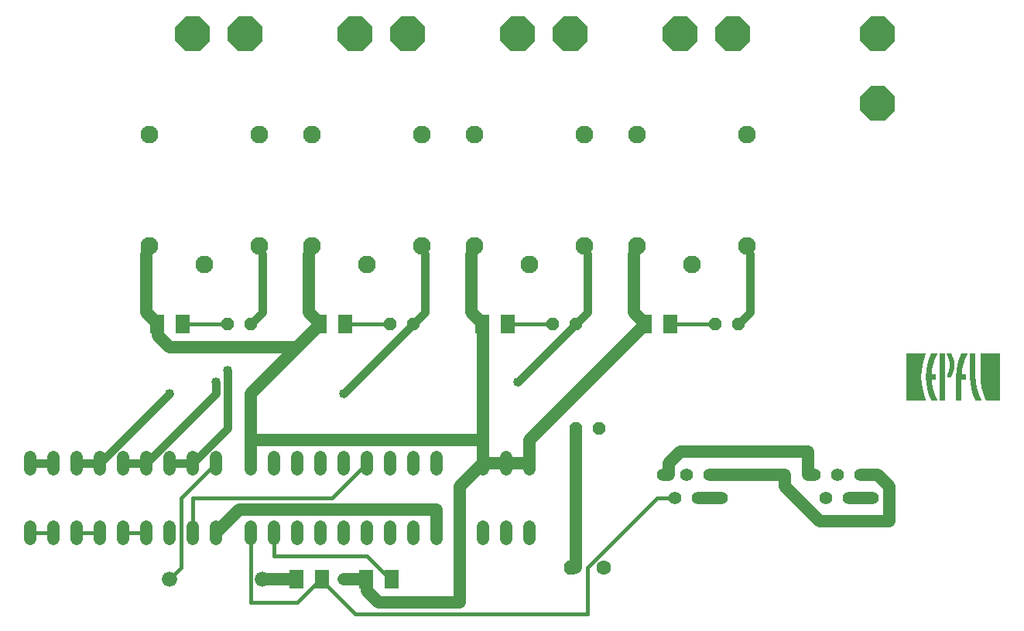
<source format=gtl>
G75*
G70*
%OFA0B0*%
%FSLAX24Y24*%
%IPPOS*%
%LPD*%
%AMOC8*
5,1,8,0,0,1.08239X$1,22.5*
%
%ADD10C,0.0010*%
%ADD11R,0.0630X0.0787*%
%ADD12OC8,0.0520*%
%ADD13C,0.0554*%
%ADD14C,0.0520*%
%ADD15C,0.0660*%
%ADD16OC8,0.0630*%
%ADD17C,0.0630*%
%ADD18C,0.0768*%
%ADD19OC8,0.1500*%
%ADD20C,0.0540*%
%ADD21C,0.0400*%
%ADD22C,0.0180*%
%ADD23C,0.0360*%
D10*
X039332Y009944D02*
X039332Y011944D01*
X040132Y011944D01*
X040046Y011707D01*
X039983Y011464D01*
X039945Y011215D01*
X039932Y010964D01*
X039932Y010924D01*
X039945Y010673D01*
X039983Y010424D01*
X040046Y010180D01*
X040132Y009944D01*
X039332Y009944D01*
X039332Y009945D02*
X040131Y009945D01*
X040128Y009954D02*
X039332Y009954D01*
X039332Y009962D02*
X040125Y009962D01*
X040122Y009971D02*
X039332Y009971D01*
X039332Y009979D02*
X040119Y009979D01*
X040116Y009988D02*
X039332Y009988D01*
X039332Y009996D02*
X040113Y009996D01*
X040110Y010005D02*
X039332Y010005D01*
X039332Y010013D02*
X040106Y010013D01*
X040103Y010022D02*
X039332Y010022D01*
X039332Y010030D02*
X040100Y010030D01*
X040097Y010039D02*
X039332Y010039D01*
X039332Y010047D02*
X040094Y010047D01*
X040091Y010056D02*
X039332Y010056D01*
X039332Y010064D02*
X040088Y010064D01*
X040085Y010073D02*
X039332Y010073D01*
X039332Y010081D02*
X040082Y010081D01*
X040079Y010090D02*
X039332Y010090D01*
X039332Y010098D02*
X040076Y010098D01*
X040072Y010107D02*
X039332Y010107D01*
X039332Y010115D02*
X040069Y010115D01*
X040066Y010124D02*
X039332Y010124D01*
X039332Y010132D02*
X040063Y010132D01*
X040060Y010141D02*
X039332Y010141D01*
X039332Y010149D02*
X040057Y010149D01*
X040054Y010158D02*
X039332Y010158D01*
X039332Y010166D02*
X040051Y010166D01*
X040048Y010175D02*
X039332Y010175D01*
X039332Y010183D02*
X040045Y010183D01*
X040043Y010192D02*
X039332Y010192D01*
X039332Y010200D02*
X040041Y010200D01*
X040038Y010209D02*
X039332Y010209D01*
X039332Y010217D02*
X040036Y010217D01*
X040034Y010226D02*
X039332Y010226D01*
X039332Y010234D02*
X040032Y010234D01*
X040030Y010243D02*
X039332Y010243D01*
X039332Y010251D02*
X040028Y010251D01*
X040025Y010260D02*
X039332Y010260D01*
X039332Y010268D02*
X040023Y010268D01*
X040021Y010277D02*
X039332Y010277D01*
X039332Y010285D02*
X040019Y010285D01*
X040017Y010294D02*
X039332Y010294D01*
X039332Y010302D02*
X040015Y010302D01*
X040012Y010311D02*
X039332Y010311D01*
X039332Y010319D02*
X040010Y010319D01*
X040008Y010328D02*
X039332Y010328D01*
X039332Y010336D02*
X040006Y010336D01*
X040004Y010345D02*
X039332Y010345D01*
X039332Y010353D02*
X040001Y010353D01*
X039999Y010362D02*
X039332Y010362D01*
X039332Y010370D02*
X039997Y010370D01*
X039995Y010379D02*
X039332Y010379D01*
X039332Y010387D02*
X039993Y010387D01*
X039991Y010396D02*
X039332Y010396D01*
X039332Y010404D02*
X039988Y010404D01*
X039986Y010413D02*
X039332Y010413D01*
X039332Y010421D02*
X039984Y010421D01*
X039982Y010430D02*
X039332Y010430D01*
X039332Y010438D02*
X039981Y010438D01*
X039980Y010447D02*
X039332Y010447D01*
X039332Y010455D02*
X039979Y010455D01*
X039977Y010464D02*
X039332Y010464D01*
X039332Y010472D02*
X039976Y010472D01*
X039975Y010481D02*
X039332Y010481D01*
X039332Y010489D02*
X039973Y010489D01*
X039972Y010498D02*
X039332Y010498D01*
X039332Y010506D02*
X039971Y010506D01*
X039969Y010515D02*
X039332Y010515D01*
X039332Y010523D02*
X039968Y010523D01*
X039967Y010532D02*
X039332Y010532D01*
X039332Y010540D02*
X039966Y010540D01*
X039964Y010549D02*
X039332Y010549D01*
X039332Y010557D02*
X039963Y010557D01*
X039962Y010566D02*
X039332Y010566D01*
X039332Y010574D02*
X039960Y010574D01*
X039959Y010583D02*
X039332Y010583D01*
X039332Y010591D02*
X039958Y010591D01*
X039956Y010600D02*
X039332Y010600D01*
X039332Y010608D02*
X039955Y010608D01*
X039954Y010617D02*
X039332Y010617D01*
X039332Y010625D02*
X039952Y010625D01*
X039951Y010634D02*
X039332Y010634D01*
X039332Y010642D02*
X039950Y010642D01*
X039949Y010651D02*
X039332Y010651D01*
X039332Y010659D02*
X039947Y010659D01*
X039946Y010668D02*
X039332Y010668D01*
X039332Y010676D02*
X039945Y010676D01*
X039945Y010685D02*
X039332Y010685D01*
X039332Y010693D02*
X039944Y010693D01*
X039944Y010702D02*
X039332Y010702D01*
X039332Y010710D02*
X039943Y010710D01*
X039943Y010719D02*
X039332Y010719D01*
X039332Y010727D02*
X039942Y010727D01*
X039942Y010736D02*
X039332Y010736D01*
X039332Y010744D02*
X039941Y010744D01*
X039941Y010753D02*
X039332Y010753D01*
X039332Y010761D02*
X039940Y010761D01*
X039940Y010770D02*
X039332Y010770D01*
X039332Y010778D02*
X039940Y010778D01*
X039939Y010787D02*
X039332Y010787D01*
X039332Y010795D02*
X039939Y010795D01*
X039938Y010804D02*
X039332Y010804D01*
X039332Y010812D02*
X039938Y010812D01*
X039937Y010821D02*
X039332Y010821D01*
X039332Y010829D02*
X039937Y010829D01*
X039936Y010838D02*
X039332Y010838D01*
X039332Y010846D02*
X039936Y010846D01*
X039935Y010855D02*
X039332Y010855D01*
X039332Y010863D02*
X039935Y010863D01*
X039934Y010872D02*
X039332Y010872D01*
X039332Y010880D02*
X039934Y010880D01*
X039934Y010889D02*
X039332Y010889D01*
X039332Y010897D02*
X039933Y010897D01*
X039933Y010906D02*
X039332Y010906D01*
X039332Y010914D02*
X039932Y010914D01*
X039932Y010923D02*
X039332Y010923D01*
X039332Y010931D02*
X039932Y010931D01*
X039932Y010940D02*
X039332Y010940D01*
X039332Y010948D02*
X039932Y010948D01*
X039932Y010957D02*
X039332Y010957D01*
X039332Y010965D02*
X039932Y010965D01*
X039932Y010974D02*
X039332Y010974D01*
X039332Y010982D02*
X039933Y010982D01*
X039933Y010991D02*
X039332Y010991D01*
X039332Y010999D02*
X039934Y010999D01*
X039934Y011008D02*
X039332Y011008D01*
X039332Y011016D02*
X039934Y011016D01*
X039935Y011025D02*
X039332Y011025D01*
X039332Y011033D02*
X039935Y011033D01*
X039936Y011042D02*
X039332Y011042D01*
X039332Y011050D02*
X039936Y011050D01*
X039937Y011059D02*
X039332Y011059D01*
X039332Y011067D02*
X039937Y011067D01*
X039938Y011076D02*
X039332Y011076D01*
X039332Y011084D02*
X039938Y011084D01*
X039939Y011093D02*
X039332Y011093D01*
X039332Y011101D02*
X039939Y011101D01*
X039940Y011110D02*
X039332Y011110D01*
X039332Y011118D02*
X039940Y011118D01*
X039940Y011127D02*
X039332Y011127D01*
X039332Y011135D02*
X039941Y011135D01*
X039941Y011144D02*
X039332Y011144D01*
X039332Y011152D02*
X039942Y011152D01*
X039942Y011161D02*
X039332Y011161D01*
X039332Y011169D02*
X039943Y011169D01*
X039943Y011178D02*
X039332Y011178D01*
X039332Y011186D02*
X039944Y011186D01*
X039944Y011195D02*
X039332Y011195D01*
X039332Y011203D02*
X039945Y011203D01*
X039945Y011212D02*
X039332Y011212D01*
X039332Y011220D02*
X039946Y011220D01*
X039947Y011229D02*
X039332Y011229D01*
X039332Y011237D02*
X039949Y011237D01*
X039950Y011246D02*
X039332Y011246D01*
X039332Y011254D02*
X039951Y011254D01*
X039952Y011263D02*
X039332Y011263D01*
X039332Y011271D02*
X039954Y011271D01*
X039955Y011280D02*
X039332Y011280D01*
X039332Y011288D02*
X039956Y011288D01*
X039958Y011297D02*
X039332Y011297D01*
X039332Y011305D02*
X039959Y011305D01*
X039960Y011314D02*
X039332Y011314D01*
X039332Y011322D02*
X039962Y011322D01*
X039963Y011331D02*
X039332Y011331D01*
X039332Y011339D02*
X039964Y011339D01*
X039966Y011348D02*
X039332Y011348D01*
X039332Y011356D02*
X039967Y011356D01*
X039968Y011365D02*
X039332Y011365D01*
X039332Y011373D02*
X039969Y011373D01*
X039971Y011382D02*
X039332Y011382D01*
X039332Y011390D02*
X039972Y011390D01*
X039973Y011399D02*
X039332Y011399D01*
X039332Y011407D02*
X039975Y011407D01*
X039976Y011416D02*
X039332Y011416D01*
X039332Y011424D02*
X039977Y011424D01*
X039979Y011433D02*
X039332Y011433D01*
X039332Y011441D02*
X039980Y011441D01*
X039981Y011450D02*
X039332Y011450D01*
X039332Y011458D02*
X039982Y011458D01*
X039984Y011467D02*
X039332Y011467D01*
X039332Y011475D02*
X039986Y011475D01*
X039988Y011484D02*
X039332Y011484D01*
X039332Y011492D02*
X039991Y011492D01*
X039993Y011501D02*
X039332Y011501D01*
X039332Y011509D02*
X039995Y011509D01*
X039997Y011518D02*
X039332Y011518D01*
X039332Y011526D02*
X039999Y011526D01*
X040001Y011535D02*
X039332Y011535D01*
X039332Y011543D02*
X040004Y011543D01*
X040006Y011552D02*
X039332Y011552D01*
X039332Y011560D02*
X040008Y011560D01*
X040010Y011569D02*
X039332Y011569D01*
X039332Y011577D02*
X040012Y011577D01*
X040014Y011586D02*
X039332Y011586D01*
X039332Y011594D02*
X040017Y011594D01*
X040019Y011603D02*
X039332Y011603D01*
X039332Y011611D02*
X040021Y011611D01*
X040023Y011620D02*
X039332Y011620D01*
X039332Y011628D02*
X040025Y011628D01*
X040028Y011637D02*
X039332Y011637D01*
X039332Y011645D02*
X040030Y011645D01*
X040032Y011654D02*
X039332Y011654D01*
X039332Y011662D02*
X040034Y011662D01*
X040036Y011671D02*
X039332Y011671D01*
X039332Y011679D02*
X040038Y011679D01*
X040041Y011688D02*
X039332Y011688D01*
X039332Y011696D02*
X040043Y011696D01*
X040045Y011705D02*
X039332Y011705D01*
X039332Y011713D02*
X040048Y011713D01*
X040051Y011722D02*
X039332Y011722D01*
X039332Y011730D02*
X040054Y011730D01*
X040057Y011739D02*
X039332Y011739D01*
X039332Y011747D02*
X040060Y011747D01*
X040063Y011756D02*
X039332Y011756D01*
X039332Y011764D02*
X040066Y011764D01*
X040069Y011773D02*
X039332Y011773D01*
X039332Y011781D02*
X040072Y011781D01*
X040076Y011790D02*
X039332Y011790D01*
X039332Y011798D02*
X040079Y011798D01*
X040082Y011807D02*
X039332Y011807D01*
X039332Y011815D02*
X040085Y011815D01*
X040088Y011824D02*
X039332Y011824D01*
X039332Y011832D02*
X040091Y011832D01*
X040094Y011841D02*
X039332Y011841D01*
X039332Y011849D02*
X040097Y011849D01*
X040100Y011858D02*
X039332Y011858D01*
X039332Y011866D02*
X040103Y011866D01*
X040106Y011875D02*
X039332Y011875D01*
X039332Y011883D02*
X040110Y011883D01*
X040113Y011892D02*
X039332Y011892D01*
X039332Y011900D02*
X040116Y011900D01*
X040119Y011909D02*
X039332Y011909D01*
X039332Y011917D02*
X040122Y011917D01*
X040125Y011926D02*
X039332Y011926D01*
X039332Y011934D02*
X040128Y011934D01*
X040131Y011943D02*
X039332Y011943D01*
X040296Y011704D02*
X040227Y011456D01*
X040186Y011201D01*
X040172Y010944D01*
X040172Y010924D01*
X040188Y010671D01*
X040230Y010422D01*
X040298Y010179D01*
X040391Y009944D01*
X040612Y009944D01*
X040516Y010158D01*
X040444Y010381D01*
X040395Y010611D01*
X040372Y010844D01*
X040572Y010844D01*
X040572Y011044D01*
X040372Y011044D01*
X040395Y011277D01*
X040444Y011507D01*
X040516Y011730D01*
X040306Y011730D01*
X040303Y011722D02*
X040513Y011722D01*
X040516Y011730D02*
X040612Y011944D01*
X040391Y011944D01*
X040296Y011704D01*
X040296Y011705D02*
X040508Y011705D01*
X040510Y011713D02*
X040300Y011713D01*
X040294Y011696D02*
X040505Y011696D01*
X040502Y011688D02*
X040291Y011688D01*
X040289Y011679D02*
X040499Y011679D01*
X040497Y011671D02*
X040287Y011671D01*
X040284Y011662D02*
X040494Y011662D01*
X040491Y011654D02*
X040282Y011654D01*
X040280Y011645D02*
X040488Y011645D01*
X040486Y011637D02*
X040277Y011637D01*
X040275Y011628D02*
X040483Y011628D01*
X040480Y011620D02*
X040273Y011620D01*
X040270Y011611D02*
X040477Y011611D01*
X040475Y011603D02*
X040268Y011603D01*
X040266Y011594D02*
X040472Y011594D01*
X040469Y011586D02*
X040263Y011586D01*
X040261Y011577D02*
X040466Y011577D01*
X040464Y011569D02*
X040259Y011569D01*
X040256Y011560D02*
X040461Y011560D01*
X040458Y011552D02*
X040254Y011552D01*
X040251Y011543D02*
X040455Y011543D01*
X040453Y011535D02*
X040249Y011535D01*
X040247Y011526D02*
X040450Y011526D01*
X040447Y011518D02*
X040244Y011518D01*
X040242Y011509D02*
X040444Y011509D01*
X040442Y011501D02*
X040240Y011501D01*
X040237Y011492D02*
X040440Y011492D01*
X040439Y011484D02*
X040235Y011484D01*
X040233Y011475D02*
X040437Y011475D01*
X040435Y011467D02*
X040230Y011467D01*
X040228Y011458D02*
X040433Y011458D01*
X040432Y011450D02*
X040226Y011450D01*
X040225Y011441D02*
X040430Y011441D01*
X040428Y011433D02*
X040223Y011433D01*
X040222Y011424D02*
X040426Y011424D01*
X040424Y011416D02*
X040221Y011416D01*
X040219Y011407D02*
X040423Y011407D01*
X040421Y011399D02*
X040218Y011399D01*
X040216Y011390D02*
X040419Y011390D01*
X040417Y011382D02*
X040215Y011382D01*
X040214Y011373D02*
X040415Y011373D01*
X040414Y011365D02*
X040212Y011365D01*
X040211Y011356D02*
X040412Y011356D01*
X040410Y011348D02*
X040210Y011348D01*
X040208Y011339D02*
X040408Y011339D01*
X040407Y011331D02*
X040207Y011331D01*
X040205Y011322D02*
X040405Y011322D01*
X040403Y011314D02*
X040204Y011314D01*
X040203Y011305D02*
X040401Y011305D01*
X040399Y011297D02*
X040201Y011297D01*
X040200Y011288D02*
X040398Y011288D01*
X040396Y011280D02*
X040198Y011280D01*
X040197Y011271D02*
X040395Y011271D01*
X040394Y011263D02*
X040196Y011263D01*
X040194Y011254D02*
X040393Y011254D01*
X040392Y011246D02*
X040193Y011246D01*
X040191Y011237D02*
X040391Y011237D01*
X040390Y011229D02*
X040190Y011229D01*
X040189Y011220D02*
X040390Y011220D01*
X040389Y011212D02*
X040187Y011212D01*
X040186Y011203D02*
X040388Y011203D01*
X040387Y011195D02*
X040185Y011195D01*
X040185Y011186D02*
X040386Y011186D01*
X040385Y011178D02*
X040184Y011178D01*
X040184Y011169D02*
X040384Y011169D01*
X040384Y011161D02*
X040183Y011161D01*
X040183Y011152D02*
X040383Y011152D01*
X040382Y011144D02*
X040183Y011144D01*
X040182Y011135D02*
X040381Y011135D01*
X040380Y011127D02*
X040182Y011127D01*
X040181Y011118D02*
X040379Y011118D01*
X040378Y011110D02*
X040181Y011110D01*
X040180Y011101D02*
X040378Y011101D01*
X040377Y011093D02*
X040180Y011093D01*
X040179Y011084D02*
X040376Y011084D01*
X040375Y011076D02*
X040179Y011076D01*
X040178Y011067D02*
X040374Y011067D01*
X040373Y011059D02*
X040178Y011059D01*
X040178Y011050D02*
X040372Y011050D01*
X040177Y011042D02*
X040572Y011042D01*
X040572Y011033D02*
X040177Y011033D01*
X040176Y011025D02*
X040572Y011025D01*
X040572Y011016D02*
X040176Y011016D01*
X040175Y011008D02*
X040572Y011008D01*
X040572Y010999D02*
X040175Y010999D01*
X040174Y010991D02*
X040572Y010991D01*
X040572Y010982D02*
X040174Y010982D01*
X040173Y010974D02*
X040572Y010974D01*
X040572Y010965D02*
X040173Y010965D01*
X040172Y010957D02*
X040572Y010957D01*
X040572Y010948D02*
X040172Y010948D01*
X040172Y010940D02*
X040572Y010940D01*
X040572Y010931D02*
X040172Y010931D01*
X040172Y010923D02*
X040572Y010923D01*
X040572Y010914D02*
X040172Y010914D01*
X040173Y010906D02*
X040572Y010906D01*
X040572Y010897D02*
X040173Y010897D01*
X040174Y010889D02*
X040572Y010889D01*
X040572Y010880D02*
X040175Y010880D01*
X040175Y010872D02*
X040572Y010872D01*
X040572Y010863D02*
X040176Y010863D01*
X040176Y010855D02*
X040572Y010855D01*
X040572Y010846D02*
X040177Y010846D01*
X040177Y010838D02*
X040372Y010838D01*
X040373Y010829D02*
X040178Y010829D01*
X040178Y010821D02*
X040374Y010821D01*
X040375Y010812D02*
X040179Y010812D01*
X040179Y010804D02*
X040376Y010804D01*
X040377Y010795D02*
X040180Y010795D01*
X040180Y010787D02*
X040378Y010787D01*
X040378Y010778D02*
X040181Y010778D01*
X040181Y010770D02*
X040379Y010770D01*
X040380Y010761D02*
X040182Y010761D01*
X040183Y010753D02*
X040381Y010753D01*
X040382Y010744D02*
X040183Y010744D01*
X040184Y010736D02*
X040383Y010736D01*
X040384Y010727D02*
X040184Y010727D01*
X040185Y010719D02*
X040384Y010719D01*
X040385Y010710D02*
X040185Y010710D01*
X040186Y010702D02*
X040386Y010702D01*
X040387Y010693D02*
X040186Y010693D01*
X040187Y010685D02*
X040388Y010685D01*
X040389Y010676D02*
X040187Y010676D01*
X040188Y010668D02*
X040390Y010668D01*
X040390Y010659D02*
X040190Y010659D01*
X040191Y010651D02*
X040391Y010651D01*
X040392Y010642D02*
X040193Y010642D01*
X040194Y010634D02*
X040393Y010634D01*
X040394Y010625D02*
X040195Y010625D01*
X040197Y010617D02*
X040395Y010617D01*
X040396Y010608D02*
X040198Y010608D01*
X040200Y010600D02*
X040398Y010600D01*
X040399Y010591D02*
X040201Y010591D01*
X040203Y010583D02*
X040401Y010583D01*
X040403Y010574D02*
X040204Y010574D01*
X040206Y010566D02*
X040405Y010566D01*
X040407Y010557D02*
X040207Y010557D01*
X040208Y010549D02*
X040408Y010549D01*
X040410Y010540D02*
X040210Y010540D01*
X040211Y010532D02*
X040412Y010532D01*
X040414Y010523D02*
X040213Y010523D01*
X040214Y010515D02*
X040415Y010515D01*
X040417Y010506D02*
X040216Y010506D01*
X040217Y010498D02*
X040419Y010498D01*
X040421Y010489D02*
X040218Y010489D01*
X040220Y010481D02*
X040423Y010481D01*
X040424Y010472D02*
X040221Y010472D01*
X040223Y010464D02*
X040426Y010464D01*
X040428Y010455D02*
X040224Y010455D01*
X040226Y010447D02*
X040430Y010447D01*
X040432Y010438D02*
X040227Y010438D01*
X040229Y010430D02*
X040433Y010430D01*
X040435Y010421D02*
X040230Y010421D01*
X040233Y010413D02*
X040437Y010413D01*
X040439Y010404D02*
X040235Y010404D01*
X040237Y010396D02*
X040440Y010396D01*
X040442Y010387D02*
X040240Y010387D01*
X040242Y010379D02*
X040444Y010379D01*
X040447Y010370D02*
X040244Y010370D01*
X040247Y010362D02*
X040450Y010362D01*
X040453Y010353D02*
X040249Y010353D01*
X040252Y010345D02*
X040455Y010345D01*
X040458Y010336D02*
X040254Y010336D01*
X040256Y010328D02*
X040461Y010328D01*
X040464Y010319D02*
X040259Y010319D01*
X040261Y010311D02*
X040466Y010311D01*
X040469Y010302D02*
X040263Y010302D01*
X040266Y010294D02*
X040472Y010294D01*
X040475Y010285D02*
X040268Y010285D01*
X040271Y010277D02*
X040477Y010277D01*
X040480Y010268D02*
X040273Y010268D01*
X040275Y010260D02*
X040483Y010260D01*
X040486Y010251D02*
X040278Y010251D01*
X040280Y010243D02*
X040488Y010243D01*
X040491Y010234D02*
X040283Y010234D01*
X040285Y010226D02*
X040494Y010226D01*
X040497Y010217D02*
X040287Y010217D01*
X040290Y010209D02*
X040499Y010209D01*
X040502Y010200D02*
X040292Y010200D01*
X040294Y010192D02*
X040505Y010192D01*
X040508Y010183D02*
X040297Y010183D01*
X040300Y010175D02*
X040511Y010175D01*
X040513Y010166D02*
X040303Y010166D01*
X040306Y010158D02*
X040516Y010158D01*
X040520Y010149D02*
X040310Y010149D01*
X040313Y010141D02*
X040524Y010141D01*
X040527Y010132D02*
X040317Y010132D01*
X040320Y010124D02*
X040531Y010124D01*
X040535Y010115D02*
X040323Y010115D01*
X040327Y010107D02*
X040539Y010107D01*
X040543Y010098D02*
X040330Y010098D01*
X040334Y010090D02*
X040546Y010090D01*
X040550Y010081D02*
X040337Y010081D01*
X040340Y010073D02*
X040554Y010073D01*
X040558Y010064D02*
X040344Y010064D01*
X040347Y010056D02*
X040562Y010056D01*
X040565Y010047D02*
X040350Y010047D01*
X040354Y010039D02*
X040569Y010039D01*
X040573Y010030D02*
X040357Y010030D01*
X040361Y010022D02*
X040577Y010022D01*
X040581Y010013D02*
X040364Y010013D01*
X040367Y010005D02*
X040584Y010005D01*
X040588Y009996D02*
X040371Y009996D01*
X040374Y009988D02*
X040592Y009988D01*
X040596Y009979D02*
X040378Y009979D01*
X040381Y009971D02*
X040600Y009971D01*
X040603Y009962D02*
X040384Y009962D01*
X040388Y009954D02*
X040607Y009954D01*
X040611Y009945D02*
X040391Y009945D01*
X040772Y009945D02*
X040972Y009945D01*
X040972Y009944D02*
X040972Y011944D01*
X040772Y011944D01*
X040772Y009944D01*
X040972Y009944D01*
X040972Y009954D02*
X040772Y009954D01*
X040772Y009962D02*
X040972Y009962D01*
X040972Y009971D02*
X040772Y009971D01*
X040772Y009979D02*
X040972Y009979D01*
X040972Y009988D02*
X040772Y009988D01*
X040772Y009996D02*
X040972Y009996D01*
X040972Y010005D02*
X040772Y010005D01*
X040772Y010013D02*
X040972Y010013D01*
X040972Y010022D02*
X040772Y010022D01*
X040772Y010030D02*
X040972Y010030D01*
X040972Y010039D02*
X040772Y010039D01*
X040772Y010047D02*
X040972Y010047D01*
X040972Y010056D02*
X040772Y010056D01*
X040772Y010064D02*
X040972Y010064D01*
X040972Y010073D02*
X040772Y010073D01*
X040772Y010081D02*
X040972Y010081D01*
X040972Y010090D02*
X040772Y010090D01*
X040772Y010098D02*
X040972Y010098D01*
X040972Y010107D02*
X040772Y010107D01*
X040772Y010115D02*
X040972Y010115D01*
X040972Y010124D02*
X040772Y010124D01*
X040772Y010132D02*
X040972Y010132D01*
X040972Y010141D02*
X040772Y010141D01*
X040772Y010149D02*
X040972Y010149D01*
X040972Y010158D02*
X040772Y010158D01*
X040772Y010166D02*
X040972Y010166D01*
X040972Y010175D02*
X040772Y010175D01*
X040772Y010183D02*
X040972Y010183D01*
X040972Y010192D02*
X040772Y010192D01*
X040772Y010200D02*
X040972Y010200D01*
X040972Y010209D02*
X040772Y010209D01*
X040772Y010217D02*
X040972Y010217D01*
X040972Y010226D02*
X040772Y010226D01*
X040772Y010234D02*
X040972Y010234D01*
X040972Y010243D02*
X040772Y010243D01*
X040772Y010251D02*
X040972Y010251D01*
X040972Y010260D02*
X040772Y010260D01*
X040772Y010268D02*
X040972Y010268D01*
X040972Y010277D02*
X040772Y010277D01*
X040772Y010285D02*
X040972Y010285D01*
X040972Y010294D02*
X040772Y010294D01*
X040772Y010302D02*
X040972Y010302D01*
X040972Y010311D02*
X040772Y010311D01*
X040772Y010319D02*
X040972Y010319D01*
X040972Y010328D02*
X040772Y010328D01*
X040772Y010336D02*
X040972Y010336D01*
X040972Y010345D02*
X040772Y010345D01*
X040772Y010353D02*
X040972Y010353D01*
X040972Y010362D02*
X040772Y010362D01*
X040772Y010370D02*
X040972Y010370D01*
X040972Y010379D02*
X040772Y010379D01*
X040772Y010387D02*
X040972Y010387D01*
X040972Y010396D02*
X040772Y010396D01*
X040772Y010404D02*
X040972Y010404D01*
X040972Y010413D02*
X040772Y010413D01*
X040772Y010421D02*
X040972Y010421D01*
X040972Y010430D02*
X040772Y010430D01*
X040772Y010438D02*
X040972Y010438D01*
X040972Y010447D02*
X040772Y010447D01*
X040772Y010455D02*
X040972Y010455D01*
X040972Y010464D02*
X040772Y010464D01*
X040772Y010472D02*
X040972Y010472D01*
X040972Y010481D02*
X040772Y010481D01*
X040772Y010489D02*
X040972Y010489D01*
X040972Y010498D02*
X040772Y010498D01*
X040772Y010506D02*
X040972Y010506D01*
X040972Y010515D02*
X040772Y010515D01*
X040772Y010523D02*
X040972Y010523D01*
X040972Y010532D02*
X040772Y010532D01*
X040772Y010540D02*
X040972Y010540D01*
X040972Y010549D02*
X040772Y010549D01*
X040772Y010557D02*
X040972Y010557D01*
X040972Y010566D02*
X040772Y010566D01*
X040772Y010574D02*
X040972Y010574D01*
X040972Y010583D02*
X040772Y010583D01*
X040772Y010591D02*
X040972Y010591D01*
X040972Y010600D02*
X040772Y010600D01*
X040772Y010608D02*
X040972Y010608D01*
X040972Y010617D02*
X040772Y010617D01*
X040772Y010625D02*
X040972Y010625D01*
X040972Y010634D02*
X040772Y010634D01*
X040772Y010642D02*
X040972Y010642D01*
X040972Y010651D02*
X040772Y010651D01*
X040772Y010659D02*
X040972Y010659D01*
X040972Y010668D02*
X040772Y010668D01*
X040772Y010676D02*
X040972Y010676D01*
X040972Y010685D02*
X040772Y010685D01*
X040772Y010693D02*
X040972Y010693D01*
X040972Y010702D02*
X040772Y010702D01*
X040772Y010710D02*
X040972Y010710D01*
X040972Y010719D02*
X040772Y010719D01*
X040772Y010727D02*
X040972Y010727D01*
X040972Y010736D02*
X040772Y010736D01*
X040772Y010744D02*
X040972Y010744D01*
X040972Y010753D02*
X040772Y010753D01*
X040772Y010761D02*
X040972Y010761D01*
X040972Y010770D02*
X040772Y010770D01*
X040772Y010778D02*
X040972Y010778D01*
X040972Y010787D02*
X040772Y010787D01*
X040772Y010795D02*
X040972Y010795D01*
X040972Y010804D02*
X040772Y010804D01*
X040772Y010812D02*
X040972Y010812D01*
X040972Y010821D02*
X040772Y010821D01*
X040772Y010829D02*
X040972Y010829D01*
X040972Y010838D02*
X040772Y010838D01*
X040772Y010846D02*
X040972Y010846D01*
X040972Y010855D02*
X040772Y010855D01*
X040772Y010863D02*
X040972Y010863D01*
X040972Y010872D02*
X040772Y010872D01*
X040772Y010880D02*
X040972Y010880D01*
X040972Y010889D02*
X040772Y010889D01*
X040772Y010897D02*
X040972Y010897D01*
X040972Y010906D02*
X040772Y010906D01*
X040772Y010914D02*
X040972Y010914D01*
X040972Y010923D02*
X040772Y010923D01*
X040772Y010931D02*
X040972Y010931D01*
X040972Y010940D02*
X040772Y010940D01*
X040772Y010948D02*
X040972Y010948D01*
X040972Y010957D02*
X040772Y010957D01*
X040772Y010965D02*
X040972Y010965D01*
X040972Y010974D02*
X040772Y010974D01*
X040772Y010982D02*
X040972Y010982D01*
X040972Y010991D02*
X040772Y010991D01*
X040772Y010999D02*
X040972Y010999D01*
X040972Y011008D02*
X040772Y011008D01*
X040772Y011016D02*
X040972Y011016D01*
X040972Y011025D02*
X040772Y011025D01*
X040772Y011033D02*
X040972Y011033D01*
X040972Y011042D02*
X040772Y011042D01*
X040772Y011050D02*
X040972Y011050D01*
X040972Y011059D02*
X040772Y011059D01*
X040772Y011067D02*
X040972Y011067D01*
X040972Y011076D02*
X040772Y011076D01*
X040772Y011084D02*
X040972Y011084D01*
X040972Y011093D02*
X040772Y011093D01*
X040772Y011101D02*
X040972Y011101D01*
X040972Y011110D02*
X040772Y011110D01*
X040772Y011118D02*
X040972Y011118D01*
X040972Y011127D02*
X040772Y011127D01*
X040772Y011135D02*
X040972Y011135D01*
X040972Y011144D02*
X040772Y011144D01*
X040772Y011152D02*
X040972Y011152D01*
X040972Y011161D02*
X040772Y011161D01*
X040772Y011169D02*
X040972Y011169D01*
X040972Y011178D02*
X040772Y011178D01*
X040772Y011186D02*
X040972Y011186D01*
X040972Y011195D02*
X040772Y011195D01*
X040772Y011203D02*
X040972Y011203D01*
X040972Y011212D02*
X040772Y011212D01*
X040772Y011220D02*
X040972Y011220D01*
X040972Y011229D02*
X040772Y011229D01*
X040772Y011237D02*
X040972Y011237D01*
X040972Y011246D02*
X040772Y011246D01*
X040772Y011254D02*
X040972Y011254D01*
X040972Y011263D02*
X040772Y011263D01*
X040772Y011271D02*
X040972Y011271D01*
X040972Y011280D02*
X040772Y011280D01*
X040772Y011288D02*
X040972Y011288D01*
X040972Y011297D02*
X040772Y011297D01*
X040772Y011305D02*
X040972Y011305D01*
X040972Y011314D02*
X040772Y011314D01*
X040772Y011322D02*
X040972Y011322D01*
X040972Y011331D02*
X040772Y011331D01*
X040772Y011339D02*
X040972Y011339D01*
X040972Y011348D02*
X040772Y011348D01*
X040772Y011356D02*
X040972Y011356D01*
X040972Y011365D02*
X040772Y011365D01*
X040772Y011373D02*
X040972Y011373D01*
X040972Y011382D02*
X040772Y011382D01*
X040772Y011390D02*
X040972Y011390D01*
X040972Y011399D02*
X040772Y011399D01*
X040772Y011407D02*
X040972Y011407D01*
X040972Y011416D02*
X040772Y011416D01*
X040772Y011424D02*
X040972Y011424D01*
X040972Y011433D02*
X040772Y011433D01*
X040772Y011441D02*
X040972Y011441D01*
X040972Y011450D02*
X040772Y011450D01*
X040772Y011458D02*
X040972Y011458D01*
X040972Y011467D02*
X040772Y011467D01*
X040772Y011475D02*
X040972Y011475D01*
X040972Y011484D02*
X040772Y011484D01*
X040772Y011492D02*
X040972Y011492D01*
X040972Y011501D02*
X040772Y011501D01*
X040772Y011509D02*
X040972Y011509D01*
X040972Y011518D02*
X040772Y011518D01*
X040772Y011526D02*
X040972Y011526D01*
X040972Y011535D02*
X040772Y011535D01*
X040772Y011543D02*
X040972Y011543D01*
X040972Y011552D02*
X040772Y011552D01*
X040772Y011560D02*
X040972Y011560D01*
X040972Y011569D02*
X040772Y011569D01*
X040772Y011577D02*
X040972Y011577D01*
X040972Y011586D02*
X040772Y011586D01*
X040772Y011594D02*
X040972Y011594D01*
X040972Y011603D02*
X040772Y011603D01*
X040772Y011611D02*
X040972Y011611D01*
X040972Y011620D02*
X040772Y011620D01*
X040772Y011628D02*
X040972Y011628D01*
X040972Y011637D02*
X040772Y011637D01*
X040772Y011645D02*
X040972Y011645D01*
X040972Y011654D02*
X040772Y011654D01*
X040772Y011662D02*
X040972Y011662D01*
X040972Y011671D02*
X040772Y011671D01*
X040772Y011679D02*
X040972Y011679D01*
X040972Y011688D02*
X040772Y011688D01*
X040772Y011696D02*
X040972Y011696D01*
X040972Y011705D02*
X040772Y011705D01*
X040772Y011713D02*
X040972Y011713D01*
X040972Y011722D02*
X040772Y011722D01*
X040772Y011730D02*
X040972Y011730D01*
X040972Y011739D02*
X040772Y011739D01*
X040772Y011747D02*
X040972Y011747D01*
X040972Y011756D02*
X040772Y011756D01*
X040772Y011764D02*
X040972Y011764D01*
X040972Y011773D02*
X040772Y011773D01*
X040772Y011781D02*
X040972Y011781D01*
X040972Y011790D02*
X040772Y011790D01*
X040772Y011798D02*
X040972Y011798D01*
X040972Y011807D02*
X040772Y011807D01*
X040772Y011815D02*
X040972Y011815D01*
X040972Y011824D02*
X040772Y011824D01*
X040772Y011832D02*
X040972Y011832D01*
X040972Y011841D02*
X040772Y011841D01*
X040772Y011849D02*
X040972Y011849D01*
X040972Y011858D02*
X040772Y011858D01*
X040772Y011866D02*
X040972Y011866D01*
X040972Y011875D02*
X040772Y011875D01*
X040772Y011883D02*
X040972Y011883D01*
X040972Y011892D02*
X040772Y011892D01*
X040772Y011900D02*
X040972Y011900D01*
X040972Y011909D02*
X040772Y011909D01*
X040772Y011917D02*
X040972Y011917D01*
X040972Y011926D02*
X040772Y011926D01*
X040772Y011934D02*
X040972Y011934D01*
X040972Y011943D02*
X040772Y011943D01*
X040611Y011943D02*
X040391Y011943D01*
X040388Y011934D02*
X040607Y011934D01*
X040603Y011926D02*
X040384Y011926D01*
X040381Y011917D02*
X040600Y011917D01*
X040596Y011909D02*
X040377Y011909D01*
X040374Y011900D02*
X040592Y011900D01*
X040588Y011892D02*
X040371Y011892D01*
X040367Y011883D02*
X040584Y011883D01*
X040581Y011875D02*
X040364Y011875D01*
X040361Y011866D02*
X040577Y011866D01*
X040573Y011858D02*
X040357Y011858D01*
X040354Y011849D02*
X040569Y011849D01*
X040565Y011841D02*
X040350Y011841D01*
X040347Y011832D02*
X040562Y011832D01*
X040558Y011824D02*
X040344Y011824D01*
X040340Y011815D02*
X040554Y011815D01*
X040550Y011807D02*
X040337Y011807D01*
X040333Y011798D02*
X040546Y011798D01*
X040543Y011790D02*
X040330Y011790D01*
X040327Y011781D02*
X040539Y011781D01*
X040535Y011773D02*
X040323Y011773D01*
X040320Y011764D02*
X040531Y011764D01*
X040527Y011756D02*
X040317Y011756D01*
X040313Y011747D02*
X040524Y011747D01*
X040520Y011739D02*
X040310Y011739D01*
X041072Y011884D02*
X041072Y011944D01*
X041212Y011944D01*
X041271Y011827D01*
X041315Y011703D01*
X041342Y011575D01*
X041352Y011444D01*
X041342Y011313D01*
X041315Y011185D01*
X041271Y011061D01*
X041212Y010944D01*
X041082Y010944D01*
X041082Y011014D01*
X041129Y011110D01*
X041163Y011212D01*
X041184Y011317D01*
X041191Y011424D01*
X041350Y011424D01*
X041350Y011416D02*
X041191Y011416D01*
X041191Y011424D02*
X041191Y011464D01*
X041183Y011574D01*
X041159Y011682D01*
X041122Y011786D01*
X041072Y011884D01*
X041072Y011883D02*
X041242Y011883D01*
X041238Y011892D02*
X041072Y011892D01*
X041072Y011900D02*
X041234Y011900D01*
X041230Y011909D02*
X041072Y011909D01*
X041072Y011917D02*
X041225Y011917D01*
X041221Y011926D02*
X041072Y011926D01*
X041072Y011934D02*
X041217Y011934D01*
X041212Y011943D02*
X041072Y011943D01*
X041077Y011875D02*
X041247Y011875D01*
X041251Y011866D02*
X041081Y011866D01*
X041085Y011858D02*
X041255Y011858D01*
X041260Y011849D02*
X041090Y011849D01*
X041094Y011841D02*
X041264Y011841D01*
X041268Y011832D02*
X041099Y011832D01*
X041103Y011824D02*
X041272Y011824D01*
X041275Y011815D02*
X041107Y011815D01*
X041112Y011807D02*
X041278Y011807D01*
X041281Y011798D02*
X041116Y011798D01*
X041120Y011790D02*
X041284Y011790D01*
X041287Y011781D02*
X041124Y011781D01*
X041127Y011773D02*
X041290Y011773D01*
X041293Y011764D02*
X041130Y011764D01*
X041133Y011756D02*
X041296Y011756D01*
X041299Y011747D02*
X041136Y011747D01*
X041139Y011739D02*
X041302Y011739D01*
X041305Y011730D02*
X041142Y011730D01*
X041145Y011722D02*
X041308Y011722D01*
X041311Y011713D02*
X041148Y011713D01*
X041151Y011705D02*
X041314Y011705D01*
X041316Y011696D02*
X041154Y011696D01*
X041157Y011688D02*
X041318Y011688D01*
X041320Y011679D02*
X041160Y011679D01*
X041162Y011671D02*
X041322Y011671D01*
X041323Y011662D02*
X041164Y011662D01*
X041166Y011654D02*
X041325Y011654D01*
X041327Y011645D02*
X041167Y011645D01*
X041169Y011637D02*
X041329Y011637D01*
X041330Y011628D02*
X041171Y011628D01*
X041173Y011620D02*
X041332Y011620D01*
X041334Y011611D02*
X041175Y011611D01*
X041177Y011603D02*
X041336Y011603D01*
X041338Y011594D02*
X041178Y011594D01*
X041180Y011586D02*
X041339Y011586D01*
X041341Y011577D02*
X041182Y011577D01*
X041183Y011569D02*
X041342Y011569D01*
X041343Y011560D02*
X041184Y011560D01*
X041184Y011552D02*
X041344Y011552D01*
X041344Y011543D02*
X041185Y011543D01*
X041186Y011535D02*
X041345Y011535D01*
X041345Y011526D02*
X041187Y011526D01*
X041187Y011518D02*
X041346Y011518D01*
X041347Y011509D02*
X041188Y011509D01*
X041189Y011501D02*
X041347Y011501D01*
X041348Y011492D02*
X041189Y011492D01*
X041190Y011484D02*
X041349Y011484D01*
X041349Y011475D02*
X041191Y011475D01*
X041191Y011467D02*
X041350Y011467D01*
X041351Y011458D02*
X041191Y011458D01*
X041191Y011450D02*
X041351Y011450D01*
X041352Y011441D02*
X041191Y011441D01*
X041191Y011433D02*
X041351Y011433D01*
X041349Y011407D02*
X041190Y011407D01*
X041190Y011399D02*
X041348Y011399D01*
X041348Y011390D02*
X041189Y011390D01*
X041189Y011382D02*
X041347Y011382D01*
X041346Y011373D02*
X041188Y011373D01*
X041187Y011365D02*
X041346Y011365D01*
X041345Y011356D02*
X041187Y011356D01*
X041186Y011348D02*
X041344Y011348D01*
X041344Y011339D02*
X041186Y011339D01*
X041185Y011331D02*
X041343Y011331D01*
X041342Y011322D02*
X041184Y011322D01*
X041183Y011314D02*
X041342Y011314D01*
X041340Y011305D02*
X041182Y011305D01*
X041180Y011297D02*
X041338Y011297D01*
X041336Y011288D02*
X041178Y011288D01*
X041176Y011280D02*
X041335Y011280D01*
X041333Y011271D02*
X041175Y011271D01*
X041173Y011263D02*
X041331Y011263D01*
X041329Y011254D02*
X041171Y011254D01*
X041170Y011246D02*
X041328Y011246D01*
X041326Y011237D02*
X041168Y011237D01*
X041166Y011229D02*
X041324Y011229D01*
X041322Y011220D02*
X041165Y011220D01*
X041163Y011212D02*
X041320Y011212D01*
X041319Y011203D02*
X041160Y011203D01*
X041157Y011195D02*
X041317Y011195D01*
X041315Y011186D02*
X041154Y011186D01*
X041151Y011178D02*
X041312Y011178D01*
X041309Y011169D02*
X041148Y011169D01*
X041146Y011161D02*
X041306Y011161D01*
X041303Y011152D02*
X041143Y011152D01*
X041140Y011144D02*
X041300Y011144D01*
X041297Y011135D02*
X041137Y011135D01*
X041134Y011127D02*
X041294Y011127D01*
X041291Y011118D02*
X041131Y011118D01*
X041128Y011110D02*
X041288Y011110D01*
X041285Y011101D02*
X041124Y011101D01*
X041120Y011093D02*
X041282Y011093D01*
X041279Y011084D02*
X041116Y011084D01*
X041112Y011076D02*
X041276Y011076D01*
X041273Y011067D02*
X041108Y011067D01*
X041103Y011059D02*
X041270Y011059D01*
X041266Y011050D02*
X041099Y011050D01*
X041095Y011042D02*
X041261Y011042D01*
X041257Y011033D02*
X041091Y011033D01*
X041087Y011025D02*
X041253Y011025D01*
X041248Y011016D02*
X041083Y011016D01*
X041082Y011008D02*
X041244Y011008D01*
X041240Y010999D02*
X041082Y010999D01*
X041082Y010991D02*
X041235Y010991D01*
X041231Y010982D02*
X041082Y010982D01*
X041082Y010974D02*
X041227Y010974D01*
X041222Y010965D02*
X041082Y010965D01*
X041082Y010957D02*
X041218Y010957D01*
X041214Y010948D02*
X041082Y010948D01*
X041472Y010944D02*
X041486Y011201D01*
X041527Y011456D01*
X041596Y011704D01*
X041691Y011944D01*
X041912Y011944D01*
X041816Y011730D01*
X041606Y011730D01*
X041603Y011722D02*
X041813Y011722D01*
X041816Y011730D02*
X041744Y011507D01*
X041695Y011277D01*
X041672Y011044D01*
X041872Y011044D01*
X041872Y010844D01*
X041672Y010844D01*
X041672Y009944D01*
X041472Y009944D01*
X041472Y010944D01*
X041472Y010948D02*
X041872Y010948D01*
X041872Y010940D02*
X041472Y010940D01*
X041472Y010931D02*
X041872Y010931D01*
X041872Y010923D02*
X041472Y010923D01*
X041472Y010914D02*
X041872Y010914D01*
X041872Y010906D02*
X041472Y010906D01*
X041472Y010897D02*
X041872Y010897D01*
X041872Y010889D02*
X041472Y010889D01*
X041472Y010880D02*
X041872Y010880D01*
X041872Y010872D02*
X041472Y010872D01*
X041472Y010863D02*
X041872Y010863D01*
X041872Y010855D02*
X041472Y010855D01*
X041472Y010846D02*
X041872Y010846D01*
X041872Y010957D02*
X041472Y010957D01*
X041473Y010965D02*
X041872Y010965D01*
X041872Y010974D02*
X041473Y010974D01*
X041474Y010982D02*
X041872Y010982D01*
X041872Y010991D02*
X041474Y010991D01*
X041475Y010999D02*
X041872Y010999D01*
X041872Y011008D02*
X041475Y011008D01*
X041476Y011016D02*
X041872Y011016D01*
X041872Y011025D02*
X041476Y011025D01*
X041477Y011033D02*
X041872Y011033D01*
X041872Y011042D02*
X041477Y011042D01*
X041478Y011050D02*
X041672Y011050D01*
X041673Y011059D02*
X041478Y011059D01*
X041478Y011067D02*
X041674Y011067D01*
X041675Y011076D02*
X041479Y011076D01*
X041479Y011084D02*
X041676Y011084D01*
X041677Y011093D02*
X041480Y011093D01*
X041480Y011101D02*
X041678Y011101D01*
X041678Y011110D02*
X041481Y011110D01*
X041481Y011118D02*
X041679Y011118D01*
X041680Y011127D02*
X041482Y011127D01*
X041482Y011135D02*
X041681Y011135D01*
X041682Y011144D02*
X041483Y011144D01*
X041483Y011152D02*
X041683Y011152D01*
X041684Y011161D02*
X041483Y011161D01*
X041484Y011169D02*
X041684Y011169D01*
X041685Y011178D02*
X041484Y011178D01*
X041485Y011186D02*
X041686Y011186D01*
X041687Y011195D02*
X041485Y011195D01*
X041486Y011203D02*
X041688Y011203D01*
X041689Y011212D02*
X041487Y011212D01*
X041489Y011220D02*
X041690Y011220D01*
X041690Y011229D02*
X041490Y011229D01*
X041491Y011237D02*
X041691Y011237D01*
X041692Y011246D02*
X041493Y011246D01*
X041494Y011254D02*
X041693Y011254D01*
X041694Y011263D02*
X041496Y011263D01*
X041497Y011271D02*
X041695Y011271D01*
X041696Y011280D02*
X041498Y011280D01*
X041500Y011288D02*
X041698Y011288D01*
X041699Y011297D02*
X041501Y011297D01*
X041503Y011305D02*
X041701Y011305D01*
X041703Y011314D02*
X041504Y011314D01*
X041505Y011322D02*
X041705Y011322D01*
X041707Y011331D02*
X041507Y011331D01*
X041508Y011339D02*
X041708Y011339D01*
X041710Y011348D02*
X041510Y011348D01*
X041511Y011356D02*
X041712Y011356D01*
X041714Y011365D02*
X041512Y011365D01*
X041514Y011373D02*
X041715Y011373D01*
X041717Y011382D02*
X041515Y011382D01*
X041516Y011390D02*
X041719Y011390D01*
X041721Y011399D02*
X041518Y011399D01*
X041519Y011407D02*
X041723Y011407D01*
X041724Y011416D02*
X041521Y011416D01*
X041522Y011424D02*
X041726Y011424D01*
X041728Y011433D02*
X041523Y011433D01*
X041525Y011441D02*
X041730Y011441D01*
X041732Y011450D02*
X041526Y011450D01*
X041528Y011458D02*
X041733Y011458D01*
X041735Y011467D02*
X041530Y011467D01*
X041533Y011475D02*
X041737Y011475D01*
X041739Y011484D02*
X041535Y011484D01*
X041537Y011492D02*
X041740Y011492D01*
X041742Y011501D02*
X041540Y011501D01*
X041542Y011509D02*
X041744Y011509D01*
X041747Y011518D02*
X041544Y011518D01*
X041547Y011526D02*
X041750Y011526D01*
X041753Y011535D02*
X041549Y011535D01*
X041551Y011543D02*
X041755Y011543D01*
X041758Y011552D02*
X041554Y011552D01*
X041556Y011560D02*
X041761Y011560D01*
X041764Y011569D02*
X041559Y011569D01*
X041561Y011577D02*
X041766Y011577D01*
X041769Y011586D02*
X041563Y011586D01*
X041566Y011594D02*
X041772Y011594D01*
X041775Y011603D02*
X041568Y011603D01*
X041570Y011611D02*
X041777Y011611D01*
X041780Y011620D02*
X041573Y011620D01*
X041575Y011628D02*
X041783Y011628D01*
X041786Y011637D02*
X041577Y011637D01*
X041580Y011645D02*
X041788Y011645D01*
X041791Y011654D02*
X041582Y011654D01*
X041584Y011662D02*
X041794Y011662D01*
X041797Y011671D02*
X041587Y011671D01*
X041589Y011679D02*
X041799Y011679D01*
X041802Y011688D02*
X041591Y011688D01*
X041594Y011696D02*
X041805Y011696D01*
X041808Y011705D02*
X041596Y011705D01*
X041600Y011713D02*
X041810Y011713D01*
X041820Y011739D02*
X041610Y011739D01*
X041613Y011747D02*
X041824Y011747D01*
X041827Y011756D02*
X041617Y011756D01*
X041620Y011764D02*
X041831Y011764D01*
X041835Y011773D02*
X041623Y011773D01*
X041627Y011781D02*
X041839Y011781D01*
X041843Y011790D02*
X041630Y011790D01*
X041633Y011798D02*
X041846Y011798D01*
X041850Y011807D02*
X041637Y011807D01*
X041640Y011815D02*
X041854Y011815D01*
X041858Y011824D02*
X041644Y011824D01*
X041647Y011832D02*
X041862Y011832D01*
X041865Y011841D02*
X041650Y011841D01*
X041654Y011849D02*
X041869Y011849D01*
X041873Y011858D02*
X041657Y011858D01*
X041661Y011866D02*
X041877Y011866D01*
X041881Y011875D02*
X041664Y011875D01*
X041667Y011883D02*
X041884Y011883D01*
X041888Y011892D02*
X041671Y011892D01*
X041674Y011900D02*
X041892Y011900D01*
X041896Y011909D02*
X041677Y011909D01*
X041681Y011917D02*
X041900Y011917D01*
X041903Y011926D02*
X041684Y011926D01*
X041688Y011934D02*
X041907Y011934D01*
X041911Y011943D02*
X041691Y011943D01*
X042072Y011943D02*
X042272Y011943D01*
X042272Y011944D02*
X042272Y010844D01*
X042295Y010611D01*
X042344Y010381D01*
X042416Y010158D01*
X042512Y009944D01*
X042291Y009944D01*
X042198Y010179D01*
X042130Y010422D01*
X042088Y010671D01*
X042072Y010924D01*
X042072Y011944D01*
X042272Y011944D01*
X042272Y011934D02*
X042072Y011934D01*
X042072Y011926D02*
X042272Y011926D01*
X042272Y011917D02*
X042072Y011917D01*
X042072Y011909D02*
X042272Y011909D01*
X042272Y011900D02*
X042072Y011900D01*
X042072Y011892D02*
X042272Y011892D01*
X042272Y011883D02*
X042072Y011883D01*
X042072Y011875D02*
X042272Y011875D01*
X042272Y011866D02*
X042072Y011866D01*
X042072Y011858D02*
X042272Y011858D01*
X042272Y011849D02*
X042072Y011849D01*
X042072Y011841D02*
X042272Y011841D01*
X042272Y011832D02*
X042072Y011832D01*
X042072Y011824D02*
X042272Y011824D01*
X042272Y011815D02*
X042072Y011815D01*
X042072Y011807D02*
X042272Y011807D01*
X042272Y011798D02*
X042072Y011798D01*
X042072Y011790D02*
X042272Y011790D01*
X042272Y011781D02*
X042072Y011781D01*
X042072Y011773D02*
X042272Y011773D01*
X042272Y011764D02*
X042072Y011764D01*
X042072Y011756D02*
X042272Y011756D01*
X042272Y011747D02*
X042072Y011747D01*
X042072Y011739D02*
X042272Y011739D01*
X042272Y011730D02*
X042072Y011730D01*
X042072Y011722D02*
X042272Y011722D01*
X042272Y011713D02*
X042072Y011713D01*
X042072Y011705D02*
X042272Y011705D01*
X042272Y011696D02*
X042072Y011696D01*
X042072Y011688D02*
X042272Y011688D01*
X042272Y011679D02*
X042072Y011679D01*
X042072Y011671D02*
X042272Y011671D01*
X042272Y011662D02*
X042072Y011662D01*
X042072Y011654D02*
X042272Y011654D01*
X042272Y011645D02*
X042072Y011645D01*
X042072Y011637D02*
X042272Y011637D01*
X042272Y011628D02*
X042072Y011628D01*
X042072Y011620D02*
X042272Y011620D01*
X042272Y011611D02*
X042072Y011611D01*
X042072Y011603D02*
X042272Y011603D01*
X042272Y011594D02*
X042072Y011594D01*
X042072Y011586D02*
X042272Y011586D01*
X042272Y011577D02*
X042072Y011577D01*
X042072Y011569D02*
X042272Y011569D01*
X042272Y011560D02*
X042072Y011560D01*
X042072Y011552D02*
X042272Y011552D01*
X042272Y011543D02*
X042072Y011543D01*
X042072Y011535D02*
X042272Y011535D01*
X042272Y011526D02*
X042072Y011526D01*
X042072Y011518D02*
X042272Y011518D01*
X042272Y011509D02*
X042072Y011509D01*
X042072Y011501D02*
X042272Y011501D01*
X042272Y011492D02*
X042072Y011492D01*
X042072Y011484D02*
X042272Y011484D01*
X042272Y011475D02*
X042072Y011475D01*
X042072Y011467D02*
X042272Y011467D01*
X042272Y011458D02*
X042072Y011458D01*
X042072Y011450D02*
X042272Y011450D01*
X042272Y011441D02*
X042072Y011441D01*
X042072Y011433D02*
X042272Y011433D01*
X042272Y011424D02*
X042072Y011424D01*
X042072Y011416D02*
X042272Y011416D01*
X042272Y011407D02*
X042072Y011407D01*
X042072Y011399D02*
X042272Y011399D01*
X042272Y011390D02*
X042072Y011390D01*
X042072Y011382D02*
X042272Y011382D01*
X042272Y011373D02*
X042072Y011373D01*
X042072Y011365D02*
X042272Y011365D01*
X042272Y011356D02*
X042072Y011356D01*
X042072Y011348D02*
X042272Y011348D01*
X042272Y011339D02*
X042072Y011339D01*
X042072Y011331D02*
X042272Y011331D01*
X042272Y011322D02*
X042072Y011322D01*
X042072Y011314D02*
X042272Y011314D01*
X042272Y011305D02*
X042072Y011305D01*
X042072Y011297D02*
X042272Y011297D01*
X042272Y011288D02*
X042072Y011288D01*
X042072Y011280D02*
X042272Y011280D01*
X042272Y011271D02*
X042072Y011271D01*
X042072Y011263D02*
X042272Y011263D01*
X042272Y011254D02*
X042072Y011254D01*
X042072Y011246D02*
X042272Y011246D01*
X042272Y011237D02*
X042072Y011237D01*
X042072Y011229D02*
X042272Y011229D01*
X042272Y011220D02*
X042072Y011220D01*
X042072Y011212D02*
X042272Y011212D01*
X042272Y011203D02*
X042072Y011203D01*
X042072Y011195D02*
X042272Y011195D01*
X042272Y011186D02*
X042072Y011186D01*
X042072Y011178D02*
X042272Y011178D01*
X042272Y011169D02*
X042072Y011169D01*
X042072Y011161D02*
X042272Y011161D01*
X042272Y011152D02*
X042072Y011152D01*
X042072Y011144D02*
X042272Y011144D01*
X042272Y011135D02*
X042072Y011135D01*
X042072Y011127D02*
X042272Y011127D01*
X042272Y011118D02*
X042072Y011118D01*
X042072Y011110D02*
X042272Y011110D01*
X042272Y011101D02*
X042072Y011101D01*
X042072Y011093D02*
X042272Y011093D01*
X042272Y011084D02*
X042072Y011084D01*
X042072Y011076D02*
X042272Y011076D01*
X042272Y011067D02*
X042072Y011067D01*
X042072Y011059D02*
X042272Y011059D01*
X042272Y011050D02*
X042072Y011050D01*
X042072Y011042D02*
X042272Y011042D01*
X042272Y011033D02*
X042072Y011033D01*
X042072Y011025D02*
X042272Y011025D01*
X042272Y011016D02*
X042072Y011016D01*
X042072Y011008D02*
X042272Y011008D01*
X042272Y010999D02*
X042072Y010999D01*
X042072Y010991D02*
X042272Y010991D01*
X042272Y010982D02*
X042072Y010982D01*
X042072Y010974D02*
X042272Y010974D01*
X042272Y010965D02*
X042072Y010965D01*
X042072Y010957D02*
X042272Y010957D01*
X042272Y010948D02*
X042072Y010948D01*
X042072Y010940D02*
X042272Y010940D01*
X042272Y010931D02*
X042072Y010931D01*
X042072Y010923D02*
X042272Y010923D01*
X042272Y010914D02*
X042072Y010914D01*
X042073Y010906D02*
X042272Y010906D01*
X042272Y010897D02*
X042073Y010897D01*
X042074Y010889D02*
X042272Y010889D01*
X042272Y010880D02*
X042075Y010880D01*
X042075Y010872D02*
X042272Y010872D01*
X042272Y010863D02*
X042076Y010863D01*
X042076Y010855D02*
X042272Y010855D01*
X042272Y010846D02*
X042077Y010846D01*
X042077Y010838D02*
X042272Y010838D01*
X042273Y010829D02*
X042078Y010829D01*
X042078Y010821D02*
X042274Y010821D01*
X042275Y010812D02*
X042079Y010812D01*
X042079Y010804D02*
X042276Y010804D01*
X042277Y010795D02*
X042080Y010795D01*
X042080Y010787D02*
X042278Y010787D01*
X042278Y010778D02*
X042081Y010778D01*
X042081Y010770D02*
X042279Y010770D01*
X042280Y010761D02*
X042082Y010761D01*
X042083Y010753D02*
X042281Y010753D01*
X042282Y010744D02*
X042083Y010744D01*
X042084Y010736D02*
X042283Y010736D01*
X042284Y010727D02*
X042084Y010727D01*
X042085Y010719D02*
X042284Y010719D01*
X042285Y010710D02*
X042085Y010710D01*
X042086Y010702D02*
X042286Y010702D01*
X042287Y010693D02*
X042086Y010693D01*
X042087Y010685D02*
X042288Y010685D01*
X042289Y010676D02*
X042087Y010676D01*
X042088Y010668D02*
X042290Y010668D01*
X042290Y010659D02*
X042090Y010659D01*
X042091Y010651D02*
X042291Y010651D01*
X042292Y010642D02*
X042093Y010642D01*
X042094Y010634D02*
X042293Y010634D01*
X042294Y010625D02*
X042095Y010625D01*
X042097Y010617D02*
X042295Y010617D01*
X042296Y010608D02*
X042098Y010608D01*
X042100Y010600D02*
X042298Y010600D01*
X042299Y010591D02*
X042101Y010591D01*
X042103Y010583D02*
X042301Y010583D01*
X042303Y010574D02*
X042104Y010574D01*
X042106Y010566D02*
X042305Y010566D01*
X042307Y010557D02*
X042107Y010557D01*
X042108Y010549D02*
X042308Y010549D01*
X042310Y010540D02*
X042110Y010540D01*
X042111Y010532D02*
X042312Y010532D01*
X042314Y010523D02*
X042113Y010523D01*
X042114Y010515D02*
X042315Y010515D01*
X042317Y010506D02*
X042116Y010506D01*
X042117Y010498D02*
X042319Y010498D01*
X042321Y010489D02*
X042118Y010489D01*
X042120Y010481D02*
X042323Y010481D01*
X042324Y010472D02*
X042121Y010472D01*
X042123Y010464D02*
X042326Y010464D01*
X042328Y010455D02*
X042124Y010455D01*
X042126Y010447D02*
X042330Y010447D01*
X042332Y010438D02*
X042127Y010438D01*
X042129Y010430D02*
X042333Y010430D01*
X042335Y010421D02*
X042130Y010421D01*
X042133Y010413D02*
X042337Y010413D01*
X042339Y010404D02*
X042135Y010404D01*
X042137Y010396D02*
X042340Y010396D01*
X042342Y010387D02*
X042140Y010387D01*
X042142Y010379D02*
X042344Y010379D01*
X042347Y010370D02*
X042144Y010370D01*
X042147Y010362D02*
X042350Y010362D01*
X042353Y010353D02*
X042149Y010353D01*
X042152Y010345D02*
X042355Y010345D01*
X042358Y010336D02*
X042154Y010336D01*
X042156Y010328D02*
X042361Y010328D01*
X042364Y010319D02*
X042159Y010319D01*
X042161Y010311D02*
X042366Y010311D01*
X042369Y010302D02*
X042163Y010302D01*
X042166Y010294D02*
X042372Y010294D01*
X042375Y010285D02*
X042168Y010285D01*
X042171Y010277D02*
X042377Y010277D01*
X042380Y010268D02*
X042173Y010268D01*
X042175Y010260D02*
X042383Y010260D01*
X042386Y010251D02*
X042178Y010251D01*
X042180Y010243D02*
X042388Y010243D01*
X042391Y010234D02*
X042183Y010234D01*
X042185Y010226D02*
X042394Y010226D01*
X042397Y010217D02*
X042187Y010217D01*
X042190Y010209D02*
X042399Y010209D01*
X042402Y010200D02*
X042192Y010200D01*
X042194Y010192D02*
X042405Y010192D01*
X042408Y010183D02*
X042197Y010183D01*
X042200Y010175D02*
X042411Y010175D01*
X042413Y010166D02*
X042203Y010166D01*
X042206Y010158D02*
X042416Y010158D01*
X042420Y010149D02*
X042210Y010149D01*
X042213Y010141D02*
X042424Y010141D01*
X042427Y010132D02*
X042217Y010132D01*
X042220Y010124D02*
X042431Y010124D01*
X042435Y010115D02*
X042223Y010115D01*
X042227Y010107D02*
X042439Y010107D01*
X042443Y010098D02*
X042230Y010098D01*
X042234Y010090D02*
X042446Y010090D01*
X042450Y010081D02*
X042237Y010081D01*
X042240Y010073D02*
X042454Y010073D01*
X042458Y010064D02*
X042244Y010064D01*
X042247Y010056D02*
X042462Y010056D01*
X042465Y010047D02*
X042250Y010047D01*
X042254Y010039D02*
X042469Y010039D01*
X042473Y010030D02*
X042257Y010030D01*
X042261Y010022D02*
X042477Y010022D01*
X042481Y010013D02*
X042264Y010013D01*
X042267Y010005D02*
X042484Y010005D01*
X042488Y009996D02*
X042271Y009996D01*
X042274Y009988D02*
X042492Y009988D01*
X042496Y009979D02*
X042278Y009979D01*
X042281Y009971D02*
X042500Y009971D01*
X042503Y009962D02*
X042284Y009962D01*
X042288Y009954D02*
X042507Y009954D01*
X042511Y009945D02*
X042291Y009945D01*
X042677Y010115D02*
X043332Y010115D01*
X043332Y010107D02*
X042680Y010107D01*
X042684Y010098D02*
X043332Y010098D01*
X043332Y010090D02*
X042688Y010090D01*
X042691Y010081D02*
X043332Y010081D01*
X043332Y010073D02*
X042695Y010073D01*
X042699Y010064D02*
X043332Y010064D01*
X043332Y010056D02*
X042703Y010056D01*
X042706Y010047D02*
X043332Y010047D01*
X043332Y010039D02*
X042710Y010039D01*
X042714Y010030D02*
X043332Y010030D01*
X043332Y010022D02*
X042718Y010022D01*
X042721Y010013D02*
X043332Y010013D01*
X043332Y010005D02*
X042725Y010005D01*
X042729Y009996D02*
X043332Y009996D01*
X043332Y009988D02*
X042733Y009988D01*
X042736Y009979D02*
X043332Y009979D01*
X043332Y009971D02*
X042740Y009971D01*
X042744Y009962D02*
X043332Y009962D01*
X043332Y009954D02*
X042747Y009954D01*
X042751Y009945D02*
X043332Y009945D01*
X043332Y009944D02*
X042752Y009944D01*
X042649Y010177D01*
X042575Y010420D01*
X042529Y010670D01*
X042512Y010924D01*
X042512Y011944D01*
X043332Y011944D01*
X043332Y009944D01*
X043332Y010124D02*
X042673Y010124D01*
X042669Y010132D02*
X043332Y010132D01*
X043332Y010141D02*
X042665Y010141D01*
X042662Y010149D02*
X043332Y010149D01*
X043332Y010158D02*
X042658Y010158D01*
X042654Y010166D02*
X043332Y010166D01*
X043332Y010175D02*
X042650Y010175D01*
X042648Y010183D02*
X043332Y010183D01*
X043332Y010192D02*
X042645Y010192D01*
X042642Y010200D02*
X043332Y010200D01*
X043332Y010209D02*
X042640Y010209D01*
X042637Y010217D02*
X043332Y010217D01*
X043332Y010226D02*
X042634Y010226D01*
X042632Y010234D02*
X043332Y010234D01*
X043332Y010243D02*
X042629Y010243D01*
X042627Y010251D02*
X043332Y010251D01*
X043332Y010260D02*
X042624Y010260D01*
X042621Y010268D02*
X043332Y010268D01*
X043332Y010277D02*
X042619Y010277D01*
X042616Y010285D02*
X043332Y010285D01*
X043332Y010294D02*
X042614Y010294D01*
X042611Y010302D02*
X043332Y010302D01*
X043332Y010311D02*
X042608Y010311D01*
X042606Y010319D02*
X043332Y010319D01*
X043332Y010328D02*
X042603Y010328D01*
X042600Y010336D02*
X043332Y010336D01*
X043332Y010345D02*
X042598Y010345D01*
X042595Y010353D02*
X043332Y010353D01*
X043332Y010362D02*
X042593Y010362D01*
X042590Y010370D02*
X043332Y010370D01*
X043332Y010379D02*
X042587Y010379D01*
X042585Y010387D02*
X043332Y010387D01*
X043332Y010396D02*
X042582Y010396D01*
X042580Y010404D02*
X043332Y010404D01*
X043332Y010413D02*
X042577Y010413D01*
X042575Y010421D02*
X043332Y010421D01*
X043332Y010430D02*
X042573Y010430D01*
X042571Y010438D02*
X043332Y010438D01*
X043332Y010447D02*
X042570Y010447D01*
X042568Y010455D02*
X043332Y010455D01*
X043332Y010464D02*
X042567Y010464D01*
X042565Y010472D02*
X043332Y010472D01*
X043332Y010481D02*
X042564Y010481D01*
X042562Y010489D02*
X043332Y010489D01*
X043332Y010498D02*
X042560Y010498D01*
X042559Y010506D02*
X043332Y010506D01*
X043332Y010515D02*
X042557Y010515D01*
X042556Y010523D02*
X043332Y010523D01*
X043332Y010532D02*
X042554Y010532D01*
X042553Y010540D02*
X043332Y010540D01*
X043332Y010549D02*
X042551Y010549D01*
X042549Y010557D02*
X043332Y010557D01*
X043332Y010566D02*
X042548Y010566D01*
X042546Y010574D02*
X043332Y010574D01*
X043332Y010583D02*
X042545Y010583D01*
X042543Y010591D02*
X043332Y010591D01*
X043332Y010600D02*
X042542Y010600D01*
X042540Y010608D02*
X043332Y010608D01*
X043332Y010617D02*
X042538Y010617D01*
X042537Y010625D02*
X043332Y010625D01*
X043332Y010634D02*
X042535Y010634D01*
X042534Y010642D02*
X043332Y010642D01*
X043332Y010651D02*
X042532Y010651D01*
X042531Y010659D02*
X043332Y010659D01*
X043332Y010668D02*
X042529Y010668D01*
X042528Y010676D02*
X043332Y010676D01*
X043332Y010685D02*
X042528Y010685D01*
X042527Y010693D02*
X043332Y010693D01*
X043332Y010702D02*
X042526Y010702D01*
X042526Y010710D02*
X043332Y010710D01*
X043332Y010719D02*
X042525Y010719D01*
X042525Y010727D02*
X043332Y010727D01*
X043332Y010736D02*
X042524Y010736D01*
X042524Y010744D02*
X043332Y010744D01*
X043332Y010753D02*
X042523Y010753D01*
X042522Y010761D02*
X043332Y010761D01*
X043332Y010770D02*
X042522Y010770D01*
X042521Y010778D02*
X043332Y010778D01*
X043332Y010787D02*
X042521Y010787D01*
X042520Y010795D02*
X043332Y010795D01*
X043332Y010804D02*
X042520Y010804D01*
X042519Y010812D02*
X043332Y010812D01*
X043332Y010821D02*
X042518Y010821D01*
X042518Y010829D02*
X043332Y010829D01*
X043332Y010838D02*
X042517Y010838D01*
X042517Y010846D02*
X043332Y010846D01*
X043332Y010855D02*
X042516Y010855D01*
X042516Y010863D02*
X043332Y010863D01*
X043332Y010872D02*
X042515Y010872D01*
X042515Y010880D02*
X043332Y010880D01*
X043332Y010889D02*
X042514Y010889D01*
X042513Y010897D02*
X043332Y010897D01*
X043332Y010906D02*
X042513Y010906D01*
X042512Y010914D02*
X043332Y010914D01*
X043332Y010923D02*
X042512Y010923D01*
X042512Y010931D02*
X043332Y010931D01*
X043332Y010940D02*
X042512Y010940D01*
X042512Y010948D02*
X043332Y010948D01*
X043332Y010957D02*
X042512Y010957D01*
X042512Y010965D02*
X043332Y010965D01*
X043332Y010974D02*
X042512Y010974D01*
X042512Y010982D02*
X043332Y010982D01*
X043332Y010991D02*
X042512Y010991D01*
X042512Y010999D02*
X043332Y010999D01*
X043332Y011008D02*
X042512Y011008D01*
X042512Y011016D02*
X043332Y011016D01*
X043332Y011025D02*
X042512Y011025D01*
X042512Y011033D02*
X043332Y011033D01*
X043332Y011042D02*
X042512Y011042D01*
X042512Y011050D02*
X043332Y011050D01*
X043332Y011059D02*
X042512Y011059D01*
X042512Y011067D02*
X043332Y011067D01*
X043332Y011076D02*
X042512Y011076D01*
X042512Y011084D02*
X043332Y011084D01*
X043332Y011093D02*
X042512Y011093D01*
X042512Y011101D02*
X043332Y011101D01*
X043332Y011110D02*
X042512Y011110D01*
X042512Y011118D02*
X043332Y011118D01*
X043332Y011127D02*
X042512Y011127D01*
X042512Y011135D02*
X043332Y011135D01*
X043332Y011144D02*
X042512Y011144D01*
X042512Y011152D02*
X043332Y011152D01*
X043332Y011161D02*
X042512Y011161D01*
X042512Y011169D02*
X043332Y011169D01*
X043332Y011178D02*
X042512Y011178D01*
X042512Y011186D02*
X043332Y011186D01*
X043332Y011195D02*
X042512Y011195D01*
X042512Y011203D02*
X043332Y011203D01*
X043332Y011212D02*
X042512Y011212D01*
X042512Y011220D02*
X043332Y011220D01*
X043332Y011229D02*
X042512Y011229D01*
X042512Y011237D02*
X043332Y011237D01*
X043332Y011246D02*
X042512Y011246D01*
X042512Y011254D02*
X043332Y011254D01*
X043332Y011263D02*
X042512Y011263D01*
X042512Y011271D02*
X043332Y011271D01*
X043332Y011280D02*
X042512Y011280D01*
X042512Y011288D02*
X043332Y011288D01*
X043332Y011297D02*
X042512Y011297D01*
X042512Y011305D02*
X043332Y011305D01*
X043332Y011314D02*
X042512Y011314D01*
X042512Y011322D02*
X043332Y011322D01*
X043332Y011331D02*
X042512Y011331D01*
X042512Y011339D02*
X043332Y011339D01*
X043332Y011348D02*
X042512Y011348D01*
X042512Y011356D02*
X043332Y011356D01*
X043332Y011365D02*
X042512Y011365D01*
X042512Y011373D02*
X043332Y011373D01*
X043332Y011382D02*
X042512Y011382D01*
X042512Y011390D02*
X043332Y011390D01*
X043332Y011399D02*
X042512Y011399D01*
X042512Y011407D02*
X043332Y011407D01*
X043332Y011416D02*
X042512Y011416D01*
X042512Y011424D02*
X043332Y011424D01*
X043332Y011433D02*
X042512Y011433D01*
X042512Y011441D02*
X043332Y011441D01*
X043332Y011450D02*
X042512Y011450D01*
X042512Y011458D02*
X043332Y011458D01*
X043332Y011467D02*
X042512Y011467D01*
X042512Y011475D02*
X043332Y011475D01*
X043332Y011484D02*
X042512Y011484D01*
X042512Y011492D02*
X043332Y011492D01*
X043332Y011501D02*
X042512Y011501D01*
X042512Y011509D02*
X043332Y011509D01*
X043332Y011518D02*
X042512Y011518D01*
X042512Y011526D02*
X043332Y011526D01*
X043332Y011535D02*
X042512Y011535D01*
X042512Y011543D02*
X043332Y011543D01*
X043332Y011552D02*
X042512Y011552D01*
X042512Y011560D02*
X043332Y011560D01*
X043332Y011569D02*
X042512Y011569D01*
X042512Y011577D02*
X043332Y011577D01*
X043332Y011586D02*
X042512Y011586D01*
X042512Y011594D02*
X043332Y011594D01*
X043332Y011603D02*
X042512Y011603D01*
X042512Y011611D02*
X043332Y011611D01*
X043332Y011620D02*
X042512Y011620D01*
X042512Y011628D02*
X043332Y011628D01*
X043332Y011637D02*
X042512Y011637D01*
X042512Y011645D02*
X043332Y011645D01*
X043332Y011654D02*
X042512Y011654D01*
X042512Y011662D02*
X043332Y011662D01*
X043332Y011671D02*
X042512Y011671D01*
X042512Y011679D02*
X043332Y011679D01*
X043332Y011688D02*
X042512Y011688D01*
X042512Y011696D02*
X043332Y011696D01*
X043332Y011705D02*
X042512Y011705D01*
X042512Y011713D02*
X043332Y011713D01*
X043332Y011722D02*
X042512Y011722D01*
X042512Y011730D02*
X043332Y011730D01*
X043332Y011739D02*
X042512Y011739D01*
X042512Y011747D02*
X043332Y011747D01*
X043332Y011756D02*
X042512Y011756D01*
X042512Y011764D02*
X043332Y011764D01*
X043332Y011773D02*
X042512Y011773D01*
X042512Y011781D02*
X043332Y011781D01*
X043332Y011790D02*
X042512Y011790D01*
X042512Y011798D02*
X043332Y011798D01*
X043332Y011807D02*
X042512Y011807D01*
X042512Y011815D02*
X043332Y011815D01*
X043332Y011824D02*
X042512Y011824D01*
X042512Y011832D02*
X043332Y011832D01*
X043332Y011841D02*
X042512Y011841D01*
X042512Y011849D02*
X043332Y011849D01*
X043332Y011858D02*
X042512Y011858D01*
X042512Y011866D02*
X043332Y011866D01*
X043332Y011875D02*
X042512Y011875D01*
X042512Y011883D02*
X043332Y011883D01*
X043332Y011892D02*
X042512Y011892D01*
X042512Y011900D02*
X043332Y011900D01*
X043332Y011909D02*
X042512Y011909D01*
X042512Y011917D02*
X043332Y011917D01*
X043332Y011926D02*
X042512Y011926D01*
X042512Y011934D02*
X043332Y011934D01*
X043332Y011943D02*
X042512Y011943D01*
X041672Y010838D02*
X041472Y010838D01*
X041472Y010829D02*
X041672Y010829D01*
X041672Y010821D02*
X041472Y010821D01*
X041472Y010812D02*
X041672Y010812D01*
X041672Y010804D02*
X041472Y010804D01*
X041472Y010795D02*
X041672Y010795D01*
X041672Y010787D02*
X041472Y010787D01*
X041472Y010778D02*
X041672Y010778D01*
X041672Y010770D02*
X041472Y010770D01*
X041472Y010761D02*
X041672Y010761D01*
X041672Y010753D02*
X041472Y010753D01*
X041472Y010744D02*
X041672Y010744D01*
X041672Y010736D02*
X041472Y010736D01*
X041472Y010727D02*
X041672Y010727D01*
X041672Y010719D02*
X041472Y010719D01*
X041472Y010710D02*
X041672Y010710D01*
X041672Y010702D02*
X041472Y010702D01*
X041472Y010693D02*
X041672Y010693D01*
X041672Y010685D02*
X041472Y010685D01*
X041472Y010676D02*
X041672Y010676D01*
X041672Y010668D02*
X041472Y010668D01*
X041472Y010659D02*
X041672Y010659D01*
X041672Y010651D02*
X041472Y010651D01*
X041472Y010642D02*
X041672Y010642D01*
X041672Y010634D02*
X041472Y010634D01*
X041472Y010625D02*
X041672Y010625D01*
X041672Y010617D02*
X041472Y010617D01*
X041472Y010608D02*
X041672Y010608D01*
X041672Y010600D02*
X041472Y010600D01*
X041472Y010591D02*
X041672Y010591D01*
X041672Y010583D02*
X041472Y010583D01*
X041472Y010574D02*
X041672Y010574D01*
X041672Y010566D02*
X041472Y010566D01*
X041472Y010557D02*
X041672Y010557D01*
X041672Y010549D02*
X041472Y010549D01*
X041472Y010540D02*
X041672Y010540D01*
X041672Y010532D02*
X041472Y010532D01*
X041472Y010523D02*
X041672Y010523D01*
X041672Y010515D02*
X041472Y010515D01*
X041472Y010506D02*
X041672Y010506D01*
X041672Y010498D02*
X041472Y010498D01*
X041472Y010489D02*
X041672Y010489D01*
X041672Y010481D02*
X041472Y010481D01*
X041472Y010472D02*
X041672Y010472D01*
X041672Y010464D02*
X041472Y010464D01*
X041472Y010455D02*
X041672Y010455D01*
X041672Y010447D02*
X041472Y010447D01*
X041472Y010438D02*
X041672Y010438D01*
X041672Y010430D02*
X041472Y010430D01*
X041472Y010421D02*
X041672Y010421D01*
X041672Y010413D02*
X041472Y010413D01*
X041472Y010404D02*
X041672Y010404D01*
X041672Y010396D02*
X041472Y010396D01*
X041472Y010387D02*
X041672Y010387D01*
X041672Y010379D02*
X041472Y010379D01*
X041472Y010370D02*
X041672Y010370D01*
X041672Y010362D02*
X041472Y010362D01*
X041472Y010353D02*
X041672Y010353D01*
X041672Y010345D02*
X041472Y010345D01*
X041472Y010336D02*
X041672Y010336D01*
X041672Y010328D02*
X041472Y010328D01*
X041472Y010319D02*
X041672Y010319D01*
X041672Y010311D02*
X041472Y010311D01*
X041472Y010302D02*
X041672Y010302D01*
X041672Y010294D02*
X041472Y010294D01*
X041472Y010285D02*
X041672Y010285D01*
X041672Y010277D02*
X041472Y010277D01*
X041472Y010268D02*
X041672Y010268D01*
X041672Y010260D02*
X041472Y010260D01*
X041472Y010251D02*
X041672Y010251D01*
X041672Y010243D02*
X041472Y010243D01*
X041472Y010234D02*
X041672Y010234D01*
X041672Y010226D02*
X041472Y010226D01*
X041472Y010217D02*
X041672Y010217D01*
X041672Y010209D02*
X041472Y010209D01*
X041472Y010200D02*
X041672Y010200D01*
X041672Y010192D02*
X041472Y010192D01*
X041472Y010183D02*
X041672Y010183D01*
X041672Y010175D02*
X041472Y010175D01*
X041472Y010166D02*
X041672Y010166D01*
X041672Y010158D02*
X041472Y010158D01*
X041472Y010149D02*
X041672Y010149D01*
X041672Y010141D02*
X041472Y010141D01*
X041472Y010132D02*
X041672Y010132D01*
X041672Y010124D02*
X041472Y010124D01*
X041472Y010115D02*
X041672Y010115D01*
X041672Y010107D02*
X041472Y010107D01*
X041472Y010098D02*
X041672Y010098D01*
X041672Y010090D02*
X041472Y010090D01*
X041472Y010081D02*
X041672Y010081D01*
X041672Y010073D02*
X041472Y010073D01*
X041472Y010064D02*
X041672Y010064D01*
X041672Y010056D02*
X041472Y010056D01*
X041472Y010047D02*
X041672Y010047D01*
X041672Y010039D02*
X041472Y010039D01*
X041472Y010030D02*
X041672Y010030D01*
X041672Y010022D02*
X041472Y010022D01*
X041472Y010013D02*
X041672Y010013D01*
X041672Y010005D02*
X041472Y010005D01*
X041472Y009996D02*
X041672Y009996D01*
X041672Y009988D02*
X041472Y009988D01*
X041472Y009979D02*
X041672Y009979D01*
X041672Y009971D02*
X041472Y009971D01*
X041472Y009962D02*
X041672Y009962D01*
X041672Y009954D02*
X041472Y009954D01*
X041472Y009945D02*
X041672Y009945D01*
D11*
X029151Y013204D03*
X028049Y013204D03*
X022151Y013204D03*
X021049Y013204D03*
X015151Y013204D03*
X014049Y013204D03*
X008151Y013204D03*
X007049Y013204D03*
X013049Y002204D03*
X014151Y002204D03*
X016049Y002204D03*
X017151Y002204D03*
D12*
X025100Y008704D03*
X026100Y008704D03*
X025100Y013204D03*
X024100Y013204D03*
X018100Y013204D03*
X017100Y013204D03*
X011100Y013204D03*
X010100Y013204D03*
X031100Y013204D03*
X032100Y013204D03*
D13*
X030850Y006704D03*
X029850Y006704D03*
X028850Y006704D03*
X029350Y005704D03*
X030350Y005704D03*
X031350Y005704D03*
X035350Y006704D03*
X036350Y006704D03*
X037350Y006704D03*
X036850Y005704D03*
X035850Y005704D03*
X037850Y005704D03*
D14*
X001600Y004464D02*
X001600Y003944D01*
X002600Y003944D02*
X002600Y004464D01*
X003600Y004464D02*
X003600Y003944D01*
X004600Y003944D02*
X004600Y004464D01*
X005600Y004464D02*
X005600Y003944D01*
X006600Y003944D02*
X006600Y004464D01*
X007600Y004464D02*
X007600Y003944D01*
X008600Y003944D02*
X008600Y004464D01*
X009600Y004464D02*
X009600Y003944D01*
X011100Y003944D02*
X011100Y004464D01*
X012100Y004464D02*
X012100Y003944D01*
X013100Y003944D02*
X013100Y004464D01*
X014100Y004464D02*
X014100Y003944D01*
X015100Y003944D02*
X015100Y004464D01*
X016100Y004464D02*
X016100Y003944D01*
X017100Y003944D02*
X017100Y004464D01*
X018100Y004464D02*
X018100Y003944D01*
X019100Y003944D02*
X019100Y004464D01*
X021100Y004464D02*
X021100Y003944D01*
X022100Y003944D02*
X022100Y004464D01*
X023100Y004464D02*
X023100Y003944D01*
X023100Y006944D02*
X023100Y007464D01*
X022100Y007464D02*
X022100Y006944D01*
X021100Y006944D02*
X021100Y007464D01*
X019100Y007464D02*
X019100Y006944D01*
X018100Y006944D02*
X018100Y007464D01*
X017100Y007464D02*
X017100Y006944D01*
X016100Y006944D02*
X016100Y007464D01*
X015100Y007464D02*
X015100Y006944D01*
X014100Y006944D02*
X014100Y007464D01*
X013100Y007464D02*
X013100Y006944D01*
X012100Y006944D02*
X012100Y007464D01*
X011100Y007464D02*
X011100Y006944D01*
X009600Y006944D02*
X009600Y007464D01*
X008600Y007464D02*
X008600Y006944D01*
X007600Y006944D02*
X007600Y007464D01*
X006600Y007464D02*
X006600Y006944D01*
X005600Y006944D02*
X005600Y007464D01*
X004600Y007464D02*
X004600Y006944D01*
X003600Y006944D02*
X003600Y007464D01*
X002600Y007464D02*
X002600Y006944D01*
X001600Y006944D02*
X001600Y007464D01*
D15*
X007600Y002204D03*
X011600Y002204D03*
D16*
X024900Y002704D03*
D17*
X026300Y002704D03*
D18*
X023100Y015779D03*
X020738Y016566D03*
X018462Y016566D03*
X016100Y015779D03*
X013738Y016566D03*
X011462Y016566D03*
X009100Y015779D03*
X006738Y016566D03*
X006738Y021369D03*
X011462Y021369D03*
X013738Y021369D03*
X018462Y021369D03*
X020738Y021369D03*
X025462Y021369D03*
X027738Y021369D03*
X032462Y021369D03*
X032462Y016566D03*
X030100Y015779D03*
X027738Y016566D03*
X025462Y016566D03*
D19*
X024850Y025704D03*
X022600Y025704D03*
X017850Y025704D03*
X015600Y025704D03*
X010850Y025704D03*
X008600Y025704D03*
X029600Y025704D03*
X031850Y025704D03*
X038100Y025704D03*
X038100Y022704D03*
D20*
X027738Y016566D02*
X027600Y016204D01*
X027600Y013704D01*
X028100Y013204D01*
X028049Y013204D01*
X028100Y013204D02*
X023100Y008204D01*
X023100Y007204D01*
X022100Y007204D01*
X021100Y007204D01*
X021100Y008204D01*
X011100Y008204D01*
X011100Y007204D01*
X011100Y008204D02*
X011100Y010204D01*
X013100Y012204D01*
X007600Y012204D01*
X007100Y012704D01*
X007100Y013204D01*
X007049Y013204D01*
X007100Y013204D02*
X006600Y013704D01*
X006600Y016204D01*
X006738Y016566D01*
X013100Y012204D02*
X014100Y013204D01*
X014049Y013204D01*
X014100Y013204D02*
X013600Y013704D01*
X013600Y016204D01*
X013738Y016566D01*
X020600Y016204D02*
X020600Y013704D01*
X021100Y013204D01*
X021049Y013204D01*
X021100Y013204D02*
X021100Y008204D01*
X021100Y007204D02*
X020100Y006204D01*
X020100Y001204D01*
X016600Y001204D01*
X016100Y001704D01*
X016100Y002204D01*
X016049Y002204D01*
X015100Y002204D01*
X013100Y002204D02*
X013049Y002204D01*
X011600Y002204D01*
X009600Y004204D02*
X010600Y005204D01*
X019100Y005204D01*
X019100Y004204D01*
X024900Y002704D02*
X025100Y002704D01*
X025100Y008704D01*
X028850Y006704D02*
X029100Y006704D01*
X029100Y007204D01*
X029600Y007704D01*
X035100Y007704D01*
X035100Y006704D01*
X035350Y006704D01*
X034100Y006704D02*
X034100Y006204D01*
X035600Y004704D01*
X038600Y004704D01*
X038600Y006204D01*
X038100Y006704D01*
X037350Y006704D01*
X037850Y005704D02*
X036850Y005704D01*
X034100Y006704D02*
X030850Y006704D01*
X031350Y005704D02*
X030350Y005704D01*
X020600Y016204D02*
X020738Y016566D01*
D21*
X022600Y010704D03*
X015100Y010204D03*
X010100Y011204D03*
X009600Y010704D03*
X007600Y010204D03*
X015100Y002204D03*
D22*
X014151Y002204D02*
X014100Y002204D01*
X015600Y000704D01*
X025600Y000704D01*
X025600Y002704D01*
X028600Y005704D01*
X029350Y005704D01*
X029151Y013204D02*
X029100Y013204D01*
X029151Y013204D02*
X031100Y013204D01*
X024100Y013204D02*
X022151Y013204D01*
X022100Y013204D01*
X017100Y013204D02*
X015151Y013204D01*
X015100Y013204D01*
X010100Y013204D02*
X008151Y013204D01*
X008100Y013204D01*
X009600Y007204D02*
X008100Y005704D01*
X008100Y002704D01*
X007600Y002204D01*
X006600Y004204D02*
X005600Y004204D01*
X004600Y004204D02*
X003600Y004204D01*
X002600Y004204D02*
X001600Y004204D01*
X008600Y004204D02*
X008600Y005704D01*
X014600Y005704D01*
X016100Y007204D01*
X012100Y004204D02*
X012100Y003204D01*
X016100Y003204D01*
X017100Y002204D01*
X017151Y002204D01*
X014100Y002204D02*
X013100Y001204D01*
X011100Y001204D01*
X011100Y004204D01*
D23*
X008600Y007204D02*
X007600Y007204D01*
X008600Y007204D02*
X010100Y008704D01*
X010100Y011204D01*
X009600Y010704D02*
X009600Y010204D01*
X006600Y007204D01*
X005600Y007204D01*
X004600Y007204D02*
X007600Y010204D01*
X011100Y013204D02*
X011600Y013704D01*
X011600Y016204D01*
X011462Y016566D01*
X015100Y010204D02*
X018100Y013204D01*
X018600Y013704D01*
X018600Y016204D01*
X018462Y016566D01*
X025462Y016566D02*
X025600Y016204D01*
X025600Y013704D01*
X025100Y013204D01*
X022600Y010704D01*
X032100Y013204D02*
X032600Y013704D01*
X032600Y016204D01*
X032462Y016566D01*
X004600Y007204D02*
X003600Y007204D01*
X002600Y007204D02*
X001600Y007204D01*
M02*

</source>
